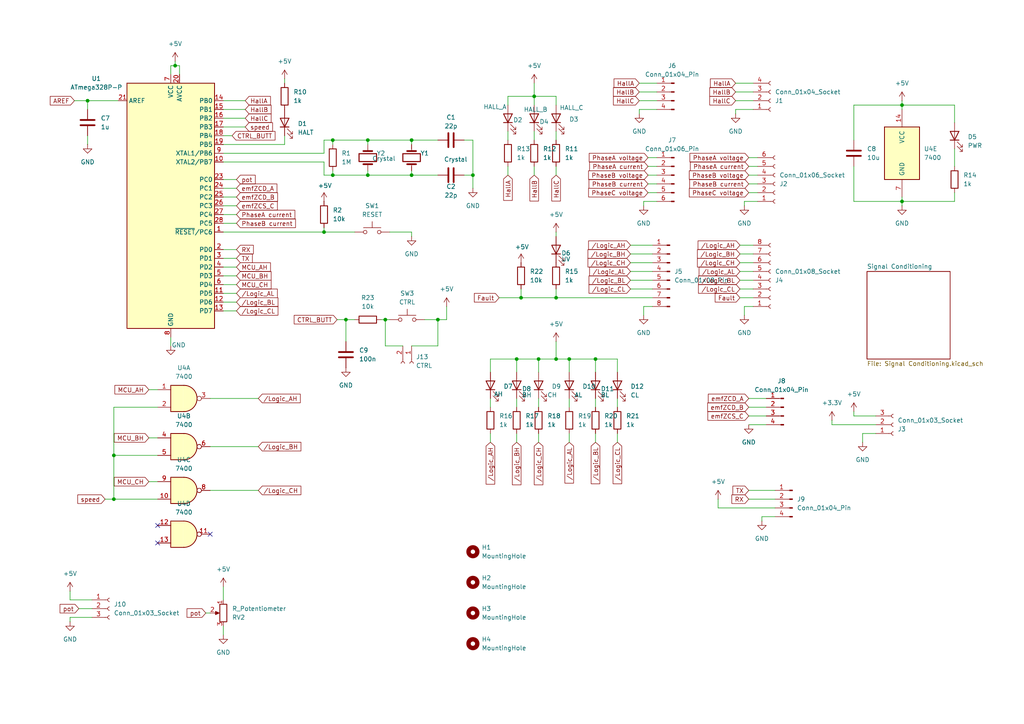
<source format=kicad_sch>
(kicad_sch (version 20250114) (generator "eeschema") (generator_version "9.0")
  (paper "A4")
  (junction (at 149.86 104.14))
  (junction (at 96.52 40.64))
  (junction (at 156.21 104.14))
  (junction (at 50.8 19.05))
  (junction (at 25.4 29.21))
  (junction (at 106.68 50.8))
  (junction (at 119.38 50.8))
  (junction (at 127 92.71))
  (junction (at 100.33 92.71))
  (junction (at 165.1 104.14))
  (junction (at 119.38 40.64))
  (junction (at 161.29 104.14))
  (junction (at 33.02 132.08))
  (junction (at 261.62 58.42))
  (junction (at 93.98 67.31))
  (junction (at 96.52 50.8))
  (junction (at 137.16 50.8))
  (junction (at 106.68 40.64))
  (junction (at 151.13 86.36))
  (junction (at 111.76 92.71))
  (junction (at 172.72 104.14))
  (junction (at 161.29 86.36))
  (junction (at 154.94 27.94))
  (junction (at 261.62 30.48))
  (junction (at 33.02 144.78))
  (no_connect (at 45.72 152.4))
  (no_connect (at 45.72 157.48))
  (no_connect (at 60.96 154.94))
  (wire (pts (xy 172.72 104.14) (xy 172.72 107.95)))
  (wire (pts (xy 43.18 113.03) (xy 45.72 113.03)))
  (wire (pts (xy 64.77 67.31) (xy 93.98 67.31)))
  (wire (pts (xy 26.67 173.99) (xy 20.32 173.99)))
  (wire (pts (xy 208.28 147.32) (xy 224.79 147.32)))
  (wire (pts (xy 214.63 71.12) (xy 218.44 71.12)))
  (wire (pts (xy 33.02 144.78) (xy 45.72 144.78)))
  (wire (pts (xy 187.96 55.88) (xy 190.5 55.88)))
  (wire (pts (xy 149.86 118.11) (xy 149.86 115.57)))
  (wire (pts (xy 213.36 29.21) (xy 218.44 29.21)))
  (wire (pts (xy 119.38 40.64) (xy 119.38 41.91)))
  (wire (pts (xy 165.1 104.14) (xy 172.72 104.14)))
  (wire (pts (xy 161.29 83.82) (xy 161.29 86.36)))
  (wire (pts (xy 161.29 40.64) (xy 161.29 38.1)))
  (wire (pts (xy 182.88 83.82) (xy 189.23 83.82)))
  (wire (pts (xy 217.17 120.65) (xy 222.25 120.65)))
  (wire (pts (xy 64.77 31.75) (xy 71.12 31.75)))
  (wire (pts (xy 100.33 92.71) (xy 100.33 99.06)))
  (wire (pts (xy 64.77 80.01) (xy 68.58 80.01)))
  (wire (pts (xy 25.4 39.37) (xy 25.4 41.91)))
  (wire (pts (xy 49.53 19.05) (xy 50.8 19.05)))
  (wire (pts (xy 276.86 30.48) (xy 276.86 35.56)))
  (wire (pts (xy 93.98 40.64) (xy 96.52 40.64)))
  (wire (pts (xy 165.1 125.73) (xy 165.1 128.27)))
  (wire (pts (xy 93.98 66.04) (xy 93.98 67.31)))
  (wire (pts (xy 49.53 21.59) (xy 49.53 19.05)))
  (wire (pts (xy 64.77 59.69) (xy 68.58 59.69)))
  (wire (pts (xy 261.62 58.42) (xy 261.62 59.69)))
  (wire (pts (xy 64.77 46.99) (xy 93.98 46.99)))
  (wire (pts (xy 137.16 40.64) (xy 137.16 50.8)))
  (wire (pts (xy 185.42 31.75) (xy 185.42 33.02)))
  (wire (pts (xy 60.96 142.24) (xy 74.93 142.24)))
  (wire (pts (xy 147.32 40.64) (xy 147.32 38.1)))
  (wire (pts (xy 190.5 24.13) (xy 185.42 24.13)))
  (wire (pts (xy 142.24 118.11) (xy 142.24 115.57)))
  (wire (pts (xy 213.36 26.67) (xy 218.44 26.67)))
  (wire (pts (xy 142.24 125.73) (xy 142.24 128.27)))
  (wire (pts (xy 102.87 92.71) (xy 100.33 92.71)))
  (wire (pts (xy 96.52 40.64) (xy 96.52 41.91)))
  (wire (pts (xy 190.5 58.42) (xy 186.69 58.42)))
  (wire (pts (xy 247.65 119.38) (xy 247.65 120.65)))
  (wire (pts (xy 172.72 104.14) (xy 179.07 104.14)))
  (wire (pts (xy 142.24 104.14) (xy 149.86 104.14)))
  (wire (pts (xy 147.32 30.48) (xy 147.32 27.94)))
  (wire (pts (xy 50.8 19.05) (xy 52.07 19.05)))
  (wire (pts (xy 187.96 50.8) (xy 190.5 50.8)))
  (wire (pts (xy 64.77 64.77) (xy 68.58 64.77)))
  (wire (pts (xy 149.86 104.14) (xy 156.21 104.14)))
  (wire (pts (xy 22.86 176.53) (xy 26.67 176.53)))
  (wire (pts (xy 111.76 100.33) (xy 111.76 92.71)))
  (wire (pts (xy 144.78 86.36) (xy 151.13 86.36)))
  (wire (pts (xy 43.18 139.7) (xy 45.72 139.7)))
  (wire (pts (xy 127 50.8) (xy 119.38 50.8)))
  (wire (pts (xy 161.29 68.58) (xy 161.29 67.31)))
  (wire (pts (xy 217.17 55.88) (xy 219.71 55.88)))
  (wire (pts (xy 21.59 29.21) (xy 25.4 29.21)))
  (wire (pts (xy 50.8 17.78) (xy 50.8 19.05)))
  (wire (pts (xy 134.62 40.64) (xy 137.16 40.64)))
  (wire (pts (xy 213.36 24.13) (xy 218.44 24.13)))
  (wire (pts (xy 189.23 88.9) (xy 186.69 88.9)))
  (wire (pts (xy 64.77 74.93) (xy 68.58 74.93)))
  (wire (pts (xy 217.17 53.34) (xy 219.71 53.34)))
  (wire (pts (xy 64.77 29.21) (xy 71.12 29.21)))
  (wire (pts (xy 96.52 50.8) (xy 106.68 50.8)))
  (wire (pts (xy 214.63 76.2) (xy 218.44 76.2)))
  (wire (pts (xy 190.5 29.21) (xy 185.42 29.21)))
  (wire (pts (xy 165.1 118.11) (xy 165.1 115.57)))
  (wire (pts (xy 190.5 26.67) (xy 185.42 26.67)))
  (wire (pts (xy 137.16 50.8) (xy 137.16 54.61)))
  (wire (pts (xy 110.49 92.71) (xy 111.76 92.71)))
  (wire (pts (xy 161.29 104.14) (xy 165.1 104.14)))
  (wire (pts (xy 154.94 40.64) (xy 154.94 38.1)))
  (wire (pts (xy 161.29 99.06) (xy 161.29 104.14)))
  (wire (pts (xy 182.88 78.74) (xy 189.23 78.74)))
  (wire (pts (xy 261.62 57.15) (xy 261.62 58.42)))
  (wire (pts (xy 154.94 27.94) (xy 161.29 27.94)))
  (wire (pts (xy 276.86 55.88) (xy 276.86 58.42)))
  (wire (pts (xy 241.3 121.92) (xy 241.3 123.19)))
  (wire (pts (xy 156.21 104.14) (xy 156.21 107.95)))
  (wire (pts (xy 64.77 44.45) (xy 93.98 44.45)))
  (wire (pts (xy 151.13 83.82) (xy 151.13 86.36)))
  (wire (pts (xy 64.77 87.63) (xy 68.58 87.63)))
  (wire (pts (xy 93.98 50.8) (xy 93.98 46.99)))
  (wire (pts (xy 127 92.71) (xy 129.54 92.71)))
  (wire (pts (xy 182.88 76.2) (xy 189.23 76.2)))
  (wire (pts (xy 156.21 104.14) (xy 161.29 104.14)))
  (wire (pts (xy 219.71 58.42) (xy 215.9 58.42)))
  (wire (pts (xy 106.68 49.53) (xy 106.68 50.8)))
  (wire (pts (xy 220.98 151.13) (xy 220.98 149.86)))
  (wire (pts (xy 64.77 181.61) (xy 64.77 184.15)))
  (wire (pts (xy 142.24 107.95) (xy 142.24 104.14)))
  (wire (pts (xy 25.4 29.21) (xy 34.29 29.21)))
  (wire (pts (xy 220.98 149.86) (xy 224.79 149.86)))
  (wire (pts (xy 214.63 81.28) (xy 218.44 81.28)))
  (wire (pts (xy 215.9 58.42) (xy 215.9 59.69)))
  (wire (pts (xy 154.94 27.94) (xy 154.94 30.48)))
  (wire (pts (xy 82.55 22.86) (xy 82.55 24.13)))
  (wire (pts (xy 186.69 88.9) (xy 186.69 91.44)))
  (wire (pts (xy 113.03 67.31) (xy 119.38 67.31)))
  (wire (pts (xy 214.63 73.66) (xy 218.44 73.66)))
  (wire (pts (xy 154.94 24.13) (xy 154.94 27.94)))
  (wire (pts (xy 217.17 142.24) (xy 224.79 142.24)))
  (wire (pts (xy 179.07 118.11) (xy 179.07 115.57)))
  (wire (pts (xy 106.68 40.64) (xy 119.38 40.64)))
  (wire (pts (xy 161.29 48.26) (xy 161.29 50.8)))
  (wire (pts (xy 217.17 50.8) (xy 219.71 50.8)))
  (wire (pts (xy 247.65 58.42) (xy 261.62 58.42)))
  (wire (pts (xy 64.77 36.83) (xy 71.12 36.83)))
  (wire (pts (xy 218.44 88.9) (xy 215.9 88.9)))
  (wire (pts (xy 147.32 27.94) (xy 154.94 27.94)))
  (wire (pts (xy 20.32 179.07) (xy 20.32 180.34)))
  (wire (pts (xy 20.32 179.07) (xy 26.67 179.07)))
  (wire (pts (xy 147.32 48.26) (xy 147.32 50.8)))
  (wire (pts (xy 276.86 58.42) (xy 261.62 58.42)))
  (wire (pts (xy 247.65 40.64) (xy 247.65 30.48)))
  (wire (pts (xy 64.77 90.17) (xy 68.58 90.17)))
  (wire (pts (xy 64.77 41.91) (xy 82.55 41.91)))
  (wire (pts (xy 215.9 88.9) (xy 215.9 91.44)))
  (wire (pts (xy 182.88 71.12) (xy 189.23 71.12)))
  (wire (pts (xy 214.63 78.74) (xy 218.44 78.74)))
  (wire (pts (xy 214.63 86.36) (xy 218.44 86.36)))
  (wire (pts (xy 33.02 132.08) (xy 45.72 132.08)))
  (wire (pts (xy 182.88 73.66) (xy 189.23 73.66)))
  (wire (pts (xy 156.21 118.11) (xy 156.21 115.57)))
  (wire (pts (xy 254 125.73) (xy 250.19 125.73)))
  (wire (pts (xy 64.77 77.47) (xy 68.58 77.47)))
  (wire (pts (xy 33.02 132.08) (xy 33.02 144.78)))
  (wire (pts (xy 261.62 31.75) (xy 261.62 30.48)))
  (wire (pts (xy 64.77 57.15) (xy 68.58 57.15)))
  (wire (pts (xy 187.96 53.34) (xy 190.5 53.34)))
  (wire (pts (xy 217.17 48.26) (xy 219.71 48.26)))
  (wire (pts (xy 64.77 72.39) (xy 68.58 72.39)))
  (wire (pts (xy 119.38 100.33) (xy 127 100.33)))
  (wire (pts (xy 149.86 125.73) (xy 149.86 128.27)))
  (wire (pts (xy 60.96 115.57) (xy 74.93 115.57)))
  (wire (pts (xy 218.44 31.75) (xy 213.36 31.75)))
  (wire (pts (xy 52.07 19.05) (xy 52.07 21.59)))
  (wire (pts (xy 137.16 50.8) (xy 134.62 50.8)))
  (wire (pts (xy 96.52 49.53) (xy 96.52 50.8)))
  (wire (pts (xy 182.88 81.28) (xy 189.23 81.28)))
  (wire (pts (xy 187.96 48.26) (xy 190.5 48.26)))
  (wire (pts (xy 25.4 29.21) (xy 25.4 31.75)))
  (wire (pts (xy 93.98 44.45) (xy 93.98 40.64)))
  (wire (pts (xy 64.77 85.09) (xy 68.58 85.09)))
  (wire (pts (xy 247.65 48.26) (xy 247.65 58.42)))
  (wire (pts (xy 127 40.64) (xy 119.38 40.64)))
  (wire (pts (xy 49.53 97.79) (xy 49.53 100.33)))
  (wire (pts (xy 33.02 118.11) (xy 33.02 132.08)))
  (wire (pts (xy 111.76 92.71) (xy 113.03 92.71)))
  (wire (pts (xy 119.38 50.8) (xy 119.38 49.53)))
  (wire (pts (xy 64.77 170.18) (xy 64.77 173.99)))
  (wire (pts (xy 161.29 86.36) (xy 189.23 86.36)))
  (wire (pts (xy 186.69 58.42) (xy 186.69 59.69)))
  (wire (pts (xy 129.54 88.9) (xy 129.54 92.71)))
  (wire (pts (xy 172.72 125.73) (xy 172.72 128.27)))
  (wire (pts (xy 116.84 100.33) (xy 111.76 100.33)))
  (wire (pts (xy 33.02 118.11) (xy 45.72 118.11)))
  (wire (pts (xy 214.63 83.82) (xy 218.44 83.82)))
  (wire (pts (xy 156.21 125.73) (xy 156.21 128.27)))
  (wire (pts (xy 149.86 104.14) (xy 149.86 107.95)))
  (wire (pts (xy 213.36 31.75) (xy 213.36 33.02)))
  (wire (pts (xy 179.07 104.14) (xy 179.07 107.95)))
  (wire (pts (xy 261.62 30.48) (xy 261.62 29.21)))
  (wire (pts (xy 154.94 48.26) (xy 154.94 50.8)))
  (wire (pts (xy 82.55 41.91) (xy 82.55 39.37)))
  (wire (pts (xy 43.18 127) (xy 45.72 127)))
  (wire (pts (xy 172.72 118.11) (xy 172.72 115.57)))
  (wire (pts (xy 106.68 40.64) (xy 106.68 41.91)))
  (wire (pts (xy 64.77 52.07) (xy 68.58 52.07)))
  (wire (pts (xy 241.3 123.19) (xy 254 123.19)))
  (wire (pts (xy 217.17 144.78) (xy 224.79 144.78)))
  (wire (pts (xy 20.32 173.99) (xy 20.32 171.45)))
  (wire (pts (xy 59.69 177.8) (xy 60.96 177.8)))
  (wire (pts (xy 165.1 107.95) (xy 165.1 104.14)))
  (wire (pts (xy 119.38 67.31) (xy 119.38 68.58)))
  (wire (pts (xy 187.96 45.72) (xy 190.5 45.72)))
  (wire (pts (xy 247.65 120.65) (xy 254 120.65)))
  (wire (pts (xy 151.13 86.36) (xy 161.29 86.36)))
  (wire (pts (xy 250.19 125.73) (xy 250.19 128.27)))
  (wire (pts (xy 190.5 31.75) (xy 185.42 31.75)))
  (wire (pts (xy 247.65 30.48) (xy 261.62 30.48)))
  (wire (pts (xy 208.28 144.78) (xy 208.28 147.32)))
  (wire (pts (xy 97.79 92.71) (xy 100.33 92.71)))
  (wire (pts (xy 106.68 50.8) (xy 119.38 50.8)))
  (wire (pts (xy 64.77 62.23) (xy 68.58 62.23)))
  (wire (pts (xy 30.48 144.78) (xy 33.02 144.78)))
  (wire (pts (xy 127 100.33) (xy 127 92.71)))
  (wire (pts (xy 217.17 123.19) (xy 222.25 123.19)))
  (wire (pts (xy 64.77 82.55) (xy 68.58 82.55)))
  (wire (pts (xy 217.17 118.11) (xy 222.25 118.11)))
  (wire (pts (xy 123.19 92.71) (xy 127 92.71)))
  (wire (pts (xy 161.29 27.94) (xy 161.29 30.48)))
  (wire (pts (xy 276.86 43.18) (xy 276.86 48.26)))
  (wire (pts (xy 64.77 39.37) (xy 67.31 39.37)))
  (wire (pts (xy 179.07 125.73) (xy 179.07 128.27)))
  (wire (pts (xy 60.96 129.54) (xy 74.93 129.54)))
  (wire (pts (xy 64.77 34.29) (xy 71.12 34.29)))
  (wire (pts (xy 261.62 30.48) (xy 276.86 30.48)))
  (wire (pts (xy 96.52 40.64) (xy 106.68 40.64)))
  (wire (pts (xy 217.17 45.72) (xy 219.71 45.72)))
  (wire (pts (xy 93.98 67.31) (xy 102.87 67.31)))
  (wire (pts (xy 64.77 54.61) (xy 68.58 54.61)))
  (wire (pts (xy 93.98 50.8) (xy 96.52 50.8)))
  (wire (pts (xy 217.17 115.57) (xy 222.25 115.57)))
  (global_label "PhaseA current" (shape input) (at 68.58 62.23 0) (property "Intersheetrefs" "${INTERSHEET_REFS}" (effects (hide yes))))
  (global_label "speed" (shape input) (at 30.48 144.78 180) (property "Intersheetrefs" "${INTERSHEET_REFS}" (effects (hide yes))))
  (global_label "Fault" (shape input) (at 144.78 86.36 180) (property "Intersheetrefs" "${INTERSHEET_REFS}" (effects (hide yes))))
  (global_label "{slash}Logic_CL" (shape input) (at 179.07 128.27 270) (property "Intersheetrefs" "${INTERSHEET_REFS}" (effects (hide yes))))
  (global_label "emfZCD_B" (shape input) (at 68.58 57.15 0) (property "Intersheetrefs" "${INTERSHEET_REFS}" (effects (hide yes))))
  (global_label "PhaseA voltage" (shape input) (at 187.96 45.72 180) (property "Intersheetrefs" "${INTERSHEET_REFS}" (effects (hide yes))))
  (global_label "PhaseB current" (shape input) (at 68.58 64.77 0) (property "Intersheetrefs" "${INTERSHEET_REFS}" (effects (hide yes))))
  (global_label "PhaseC voltage" (shape input) (at 187.96 55.88 180) (property "Intersheetrefs" "${INTERSHEET_REFS}" (effects (hide yes))))
  (global_label "{slash}Logic_CH" (shape input) (at 156.21 128.27 270) (property "Intersheetrefs" "${INTERSHEET_REFS}" (effects (hide yes))))
  (global_label "MCU_BH" (shape input) (at 43.18 127 180) (property "Intersheetrefs" "${INTERSHEET_REFS}" (effects (hide yes))))
  (global_label "HallA" (shape input) (at 71.12 29.21 0) (property "Intersheetrefs" "${INTERSHEET_REFS}" (effects (hide yes))))
  (global_label "HallA" (shape input) (at 185.42 24.13 180) (property "Intersheetrefs" "${INTERSHEET_REFS}" (effects (hide yes))))
  (global_label "{slash}Logic_AL" (shape input) (at 182.88 78.74 180) (property "Intersheetrefs" "${INTERSHEET_REFS}" (effects (hide yes))))
  (global_label "{slash}Logic_BH" (shape input) (at 214.63 73.66 180) (property "Intersheetrefs" "${INTERSHEET_REFS}" (effects (hide yes))))
  (global_label "CTRL_BUTT" (shape input) (at 67.31 39.37 0) (property "Intersheetrefs" "${INTERSHEET_REFS}" (effects (hide yes))))
  (global_label "{slash}Logic_CH" (shape input) (at 214.63 76.2 180) (property "Intersheetrefs" "${INTERSHEET_REFS}" (effects (hide yes))))
  (global_label "{slash}Logic_AL" (shape input) (at 165.1 128.27 270) (property "Intersheetrefs" "${INTERSHEET_REFS}" (effects (hide yes))))
  (global_label "{slash}Logic_CL" (shape input) (at 68.58 90.17 0) (property "Intersheetrefs" "${INTERSHEET_REFS}" (effects (hide yes))))
  (global_label "HallB" (shape input) (at 154.94 50.8 270) (property "Intersheetrefs" "${INTERSHEET_REFS}" (effects (hide yes))))
  (global_label "speed" (shape input) (at 71.12 36.83 0) (property "Intersheetrefs" "${INTERSHEET_REFS}" (effects (hide yes))))
  (global_label "{slash}Logic_CH" (shape input) (at 74.93 142.24 0) (property "Intersheetrefs" "${INTERSHEET_REFS}" (effects (hide yes))))
  (global_label "{slash}Logic_BL" (shape input) (at 214.63 81.28 180) (property "Intersheetrefs" "${INTERSHEET_REFS}" (effects (hide yes))))
  (global_label "{slash}Logic_CH" (shape input) (at 182.88 76.2 180) (property "Intersheetrefs" "${INTERSHEET_REFS}" (effects (hide yes))))
  (global_label "{slash}Logic_AH" (shape input) (at 74.93 115.57 0) (property "Intersheetrefs" "${INTERSHEET_REFS}" (effects (hide yes))))
  (global_label "pot" (shape input) (at 68.58 52.07 0) (property "Intersheetrefs" "${INTERSHEET_REFS}" (effects (hide yes))))
  (global_label "PhaseA voltage" (shape input) (at 217.17 45.72 180) (property "Intersheetrefs" "${INTERSHEET_REFS}" (effects (hide yes))))
  (global_label "{slash}Logic_AL" (shape input) (at 214.63 78.74 180) (property "Intersheetrefs" "${INTERSHEET_REFS}" (effects (hide yes))))
  (global_label "PhaseB voltage" (shape input) (at 187.96 50.8 180) (property "Intersheetrefs" "${INTERSHEET_REFS}" (effects (hide yes))))
  (global_label "PhaseB current" (shape input) (at 187.96 53.34 180) (property "Intersheetrefs" "${INTERSHEET_REFS}" (effects (hide yes))))
  (global_label "emfZCS_C" (shape input) (at 68.58 59.69 0) (property "Intersheetrefs" "${INTERSHEET_REFS}" (effects (hide yes))))
  (global_label "TX" (shape input) (at 68.58 74.93 0) (property "Intersheetrefs" "${INTERSHEET_REFS}" (effects (hide yes))))
  (global_label "MCU_AH" (shape input) (at 43.18 113.03 180) (property "Intersheetrefs" "${INTERSHEET_REFS}" (effects (hide yes))))
  (global_label "AREF" (shape input) (at 21.59 29.21 180) (property "Intersheetrefs" "${INTERSHEET_REFS}" (effects (hide yes))))
  (global_label "{slash}Logic_AH" (shape input) (at 214.63 71.12 180) (property "Intersheetrefs" "${INTERSHEET_REFS}" (effects (hide yes))))
  (global_label "PhaseA current" (shape input) (at 217.17 48.26 180) (property "Intersheetrefs" "${INTERSHEET_REFS}" (effects (hide yes))))
  (global_label "PhaseB current" (shape input) (at 217.17 53.34 180) (property "Intersheetrefs" "${INTERSHEET_REFS}" (effects (hide yes))))
  (global_label "Fault" (shape input) (at 214.63 86.36 180) (property "Intersheetrefs" "${INTERSHEET_REFS}" (effects (hide yes))))
  (global_label "MCU_CH" (shape input) (at 43.18 139.7 180) (property "Intersheetrefs" "${INTERSHEET_REFS}" (effects (hide yes))))
  (global_label "HallB" (shape input) (at 213.36 26.67 180) (property "Intersheetrefs" "${INTERSHEET_REFS}" (effects (hide yes))))
  (global_label "HallC" (shape input) (at 213.36 29.21 180) (property "Intersheetrefs" "${INTERSHEET_REFS}" (effects (hide yes))))
  (global_label "emfZCD_A" (shape input) (at 217.17 115.57 180) (property "Intersheetrefs" "${INTERSHEET_REFS}" (effects (hide yes))))
  (global_label "HallA" (shape input) (at 213.36 24.13 180) (property "Intersheetrefs" "${INTERSHEET_REFS}" (effects (hide yes))))
  (global_label "RX" (shape input) (at 68.58 72.39 0) (property "Intersheetrefs" "${INTERSHEET_REFS}" (effects (hide yes))))
  (global_label "{slash}Logic_BL" (shape input) (at 172.72 128.27 270) (property "Intersheetrefs" "${INTERSHEET_REFS}" (effects (hide yes))))
  (global_label "{slash}Logic_BL" (shape input) (at 182.88 81.28 180) (property "Intersheetrefs" "${INTERSHEET_REFS}" (effects (hide yes))))
  (global_label "{slash}Logic_BL" (shape input) (at 68.58 87.63 0) (property "Intersheetrefs" "${INTERSHEET_REFS}" (effects (hide yes))))
  (global_label "HallB" (shape input) (at 71.12 31.75 0) (property "Intersheetrefs" "${INTERSHEET_REFS}" (effects (hide yes))))
  (global_label "{slash}Logic_CL" (shape input) (at 182.88 83.82 180) (property "Intersheetrefs" "${INTERSHEET_REFS}" (effects (hide yes))))
  (global_label "RX" (shape input) (at 217.17 144.78 180) (property "Intersheetrefs" "${INTERSHEET_REFS}" (effects (hide yes))))
  (global_label "emfZCS_C" (shape input) (at 217.17 120.65 180) (property "Intersheetrefs" "${INTERSHEET_REFS}" (effects (hide yes))))
  (global_label "MCU_AH" (shape input) (at 68.58 77.47 0) (property "Intersheetrefs" "${INTERSHEET_REFS}" (effects (hide yes))))
  (global_label "emfZCD_A" (shape input) (at 68.58 54.61 0) (property "Intersheetrefs" "${INTERSHEET_REFS}" (effects (hide yes))))
  (global_label "HallC" (shape input) (at 161.29 50.8 270) (property "Intersheetrefs" "${INTERSHEET_REFS}" (effects (hide yes))))
  (global_label "{slash}Logic_BH" (shape input) (at 74.93 129.54 0) (property "Intersheetrefs" "${INTERSHEET_REFS}" (effects (hide yes))))
  (global_label "{slash}Logic_AH" (shape input) (at 182.88 71.12 180) (property "Intersheetrefs" "${INTERSHEET_REFS}" (effects (hide yes))))
  (global_label "{slash}Logic_AH" (shape input) (at 142.24 128.27 270) (property "Intersheetrefs" "${INTERSHEET_REFS}" (effects (hide yes))))
  (global_label "HallC" (shape input) (at 185.42 29.21 180) (property "Intersheetrefs" "${INTERSHEET_REFS}" (effects (hide yes))))
  (global_label "{slash}Logic_AL" (shape input) (at 68.58 85.09 0) (property "Intersheetrefs" "${INTERSHEET_REFS}" (effects (hide yes))))
  (global_label "PhaseA current" (shape input) (at 187.96 48.26 180) (property "Intersheetrefs" "${INTERSHEET_REFS}" (effects (hide yes))))
  (global_label "TX" (shape input) (at 217.17 142.24 180) (property "Intersheetrefs" "${INTERSHEET_REFS}" (effects (hide yes))))
  (global_label "emfZCD_B" (shape input) (at 217.17 118.11 180) (property "Intersheetrefs" "${INTERSHEET_REFS}" (effects (hide yes))))
  (global_label "{slash}Logic_CL" (shape input) (at 214.63 83.82 180) (property "Intersheetrefs" "${INTERSHEET_REFS}" (effects (hide yes))))
  (global_label "{slash}Logic_BH" (shape input) (at 182.88 73.66 180) (property "Intersheetrefs" "${INTERSHEET_REFS}" (effects (hide yes))))
  (global_label "CTRL_BUTT" (shape input) (at 97.79 92.71 180) (property "Intersheetrefs" "${INTERSHEET_REFS}" (effects (hide yes))))
  (global_label "MCU_BH" (shape input) (at 68.58 80.01 0) (property "Intersheetrefs" "${INTERSHEET_REFS}" (effects (hide yes))))
  (global_label "HallB" (shape input) (at 185.42 26.67 180) (property "Intersheetrefs" "${INTERSHEET_REFS}" (effects (hide yes))))
  (global_label "pot" (shape input) (at 22.86 176.53 180) (property "Intersheetrefs" "${INTERSHEET_REFS}" (effects (hide yes))))
  (global_label "HallC" (shape input) (at 71.12 34.29 0) (property "Intersheetrefs" "${INTERSHEET_REFS}" (effects (hide yes))))
  (global_label "{slash}Logic_BH" (shape input) (at 149.86 128.27 270) (property "Intersheetrefs" "${INTERSHEET_REFS}" (effects (hide yes))))
  (global_label "PhaseC voltage" (shape input) (at 217.17 55.88 180) (property "Intersheetrefs" "${INTERSHEET_REFS}" (effects (hide yes))))
  (global_label "PhaseB voltage" (shape input) (at 217.17 50.8 180) (property "Intersheetrefs" "${INTERSHEET_REFS}" (effects (hide yes))))
  (global_label "HallA" (shape input) (at 147.32 50.8 270) (property "Intersheetrefs" "${INTERSHEET_REFS}" (effects (hide yes))))
  (global_label "pot" (shape input) (at 59.69 177.8 180) (property "Intersheetrefs" "${INTERSHEET_REFS}" (effects (hide yes))))
  (global_label "MCU_CH" (shape input) (at 68.58 82.55 0) (property "Intersheetrefs" "${INTERSHEET_REFS}" (effects (hide yes))))
  (symbol (lib_id "Device:R") (at 151.13 80.01 0) (unit 1)
    (property "Reference" "R22" (at 153.67 78.7399 0) (effects (justify left)))
    (property "Value" "10k" (at 153.67 81.2799 0) (effects (justify left)))
    (property "Footprint" "Resistor_SMD:R_1206_3216Metric_Pad1.30x1.75mm_HandSolder" (effects (hide yes)))
    (property "Description" "Resistor" (effects (hide yes)))
  )
  (symbol (lib_id "Device:R") (at 93.98 62.23 0) (unit 1)
    (property "Reference" "R2" (at 96.52 60.9599 0) (effects (justify left)))
    (property "Value" "10k" (at 96.52 63.4999 0) (effects (justify left)))
    (property "Footprint" "Resistor_SMD:R_1206_3216Metric_Pad1.30x1.75mm_HandSolder" (effects (hide yes)))
    (property "Description" "Resistor" (effects (hide yes)))
  )
  (symbol (lib_id "Device:C") (at 25.4 35.56 0) (unit 1)
    (property "Reference" "C7" (at 29.21 34.2899 0) (effects (justify left)))
    (property "Value" "1u" (at 29.21 36.8299 0) (effects (justify left)))
    (property "Footprint" "Capacitor_SMD:C_0805_2012Metric_Pad1.18x1.45mm_HandSolder" (effects (hide yes)))
    (property "Description" "Unpolarized capacitor" (effects (hide yes)))
  )
  (symbol (lib_id "power:GND") (at 217.17 123.19 0) (mirror y) (unit 1)
    (property "Reference" "#PWR029" (effects (hide yes)))
    (property "Value" "GND" (at 217.17 128.27 0))
    (property "Description" "Power symbol creates a global label with name \"GND\" , ground" (effects (hide yes)))
  )
  (symbol (lib_id "power:+5V") (at 82.55 22.86 0) (unit 1)
    (property "Reference" "#PWR030" (effects (hide yes)))
    (property "Value" "+5V" (at 82.55 17.78 0))
    (property "Description" "Power symbol creates a global label with name \"+5V\"" (effects (hide yes)))
  )
  (symbol (lib_id "Device:R") (at 179.07 121.92 0) (unit 1)
    (property "Reference" "R21" (at 181.61 120.6499 0) (effects (justify left)))
    (property "Value" "1k" (at 181.61 123.1899 0) (effects (justify left)))
    (property "Footprint" "Resistor_SMD:R_0805_2012Metric_Pad1.20x1.40mm_HandSolder" (effects (hide yes)))
    (property "Description" "Resistor" (effects (hide yes)))
  )
  (symbol (lib_id "Connector:Conn_01x03_Socket") (at 259.08 123.19 0) (mirror x) (unit 1)
    (property "Reference" "J3" (at 260.35 124.4601 0) (effects (justify left)))
    (property "Value" "Conn_01x03_Socket" (at 260.35 121.9201 0) (effects (justify left)))
    (property "Footprint" "Connector_JST:JST_EH_B3B-EH-A_1x03_P2.50mm_Vertical" (effects (hide yes)))
    (property "Description" "Generic connector, single row, 01x03, script generated" (effects (hide yes)))
  )
  (symbol (lib_id "Device:LED") (at 149.86 111.76 90) (unit 1)
    (property "Reference" "D8" (at 151.384 112.776 90) (effects (justify right)))
    (property "Value" "BH" (at 151.384 114.554 90) (effects (justify right)))
    (property "Footprint" "LED_THT:LED_D3.0mm" (effects (hide yes)))
    (property "Description" "Light emitting diode" (effects (hide yes)))
    (property "Sim.Pins" "1=K 2=A" (effects (hide yes)))
  )
  (symbol (lib_id "power:+5V") (at 50.8 17.78 0) (unit 1)
    (property "Reference" "#PWR09" (effects (hide yes)))
    (property "Value" "+5V" (at 50.8 12.7 0))
    (property "Description" "Power symbol creates a global label with name \"+5V\"" (effects (hide yes)))
  )
  (symbol (lib_id "Connector:Conn_01x06_Pin") (at 195.58 50.8 0) (mirror y) (unit 1)
    (property "Reference" "J7" (at 194.945 40.64 0))
    (property "Value" "Conn_01x06_Pin" (at 194.945 43.18 0))
    (property "Footprint" "Connector_PinHeader_2.54mm:PinHeader_1x06_P2.54mm_Vertical" (effects (hide yes)))
    (property "Description" "Generic connector, single row, 01x06, script generated" (effects (hide yes)))
  )
  (symbol (lib_id "power:GND") (at 20.32 180.34 0) (unit 1)
    (property "Reference" "#PWR017" (effects (hide yes)))
    (property "Value" "GND" (at 20.32 185.42 0))
    (property "Description" "Power symbol creates a global label with name \"GND\" , ground" (effects (hide yes)))
  )
  (symbol (lib_id "Mechanical:MountingHole") (at 137.16 168.91 0) (unit 1) (exclude_from_sim yes) (in_bom no)
    (property "Reference" "H2" (at 139.7 167.6399 0) (effects (justify left)))
    (property "Value" "MountingHole" (at 139.7 170.1799 0) (effects (justify left)))
    (property "Footprint" "MountingHole:MountingHole_3.2mm_M3" (effects (hide yes)))
    (property "Description" "Mounting Hole without connection" (effects (hide yes)))
  )
  (symbol (lib_id "Connector:Conn_01x04_Pin") (at 195.58 26.67 0) (mirror y) (unit 1)
    (property "Reference" "J6" (at 194.945 19.05 0))
    (property "Value" "Conn_01x04_Pin" (at 194.945 21.59 0))
    (property "Footprint" "Connector_PinHeader_2.54mm:PinHeader_1x04_P2.54mm_Vertical" (effects (hide yes)))
    (property "Description" "Generic connector, single row, 01x04, script generated" (effects (hide yes)))
  )
  (symbol (lib_id "power:GND") (at 25.4 41.91 0) (unit 1)
    (property "Reference" "#PWR014" (effects (hide yes)))
    (property "Value" "GND" (at 25.4 46.99 0))
    (property "Description" "Power symbol creates a global label with name \"GND\" , ground" (effects (hide yes)))
  )
  (symbol (lib_id "Device:R") (at 82.55 27.94 0) (unit 1)
    (property "Reference" "R10" (at 85.09 26.6699 0) (effects (justify left)))
    (property "Value" "1k" (at 85.09 29.2099 0) (effects (justify left)))
    (property "Footprint" "Resistor_SMD:R_0805_2012Metric_Pad1.20x1.40mm_HandSolder" (effects (hide yes)))
    (property "Description" "Resistor" (effects (hide yes)))
  )
  (symbol (lib_id "Device:C") (at 130.81 50.8 90) (unit 1)
    (property "Reference" "C2" (at 130.81 54.102 90))
    (property "Value" "22p" (at 130.81 56.642 90))
    (property "Footprint" "Capacitor_SMD:C_0805_2012Metric_Pad1.18x1.45mm_HandSolder" (effects (hide yes)))
    (property "Description" "Unpolarized capacitor" (effects (hide yes)))
  )
  (symbol (lib_id "74xx:7400") (at 53.34 154.94 0) (unit 4)
    (property "Reference" "U4" (at 53.3317 146.05 0))
    (property "Value" "7400" (at 53.3317 148.59 0))
    (property "Footprint" "Package_SO:SOIC-14_3.9x8.7mm_P1.27mm" (effects (hide yes)))
    (property "Datasheet" "http://www.ti.com/lit/gpn/sn7400" (effects (hide yes)))
    (property "Description" "quad 2-input NAND gate" (effects (hide yes)))
  )
  (symbol (lib_id "Connector:Conn_01x08_Socket") (at 223.52 81.28 0) (mirror x) (unit 1)
    (property "Reference" "J4" (at 224.79 81.2801 0) (effects (justify left)))
    (property "Value" "Conn_01x08_Socket" (at 224.79 78.7401 0) (effects (justify left)))
    (property "Footprint" "Connector_JST:JST_EH_B8B-EH-A_1x08_P2.50mm_Vertical" (effects (hide yes)))
    (property "Description" "Generic connector, single row, 01x08, script generated" (effects (hide yes)))
  )
  (symbol (lib_id "Connector:Conn_01x06_Socket") (at 224.79 53.34 0) (mirror x) (unit 1)
    (property "Reference" "J2" (at 226.06 53.3401 0) (effects (justify left)))
    (property "Value" "Conn_01x06_Socket" (at 226.06 50.8001 0) (effects (justify left)))
    (property "Footprint" "Connector_JST:JST_EH_B6B-EH-A_1x06_P2.50mm_Vertical" (effects (hide yes)))
    (property "Description" "Generic connector, single row, 01x06, script generated" (effects (hide yes)))
  )
  (symbol (lib_id "Device:LED") (at 154.94 34.29 90) (unit 1)
    (property "Reference" "D4" (at 156.464 35.306 90) (effects (justify right)))
    (property "Value" "HALL_B" (at 151.892 31.75 90) (effects (justify right)))
    (property "Footprint" "LED_THT:LED_D3.0mm" (effects (hide yes)))
    (property "Description" "Light emitting diode" (effects (hide yes)))
    (property "Sim.Pins" "1=K 2=A" (effects (hide yes)))
  )
  (symbol (lib_id "Switch:SW_Push") (at 118.11 92.71 0) (unit 1)
    (property "Reference" "SW3" (at 118.11 85.09 0))
    (property "Value" "CTRL" (at 118.11 87.63 0))
    (property "Footprint" "libMain:SW_BUTT-2" (effects (hide yes)))
    (property "Description" "Push button switch, generic, two pins" (effects (hide yes)))
  )
  (symbol (lib_id "Device:C") (at 100.33 102.87 0) (unit 1)
    (property "Reference" "C9" (at 104.14 101.5999 0) (effects (justify left)))
    (property "Value" "100n" (at 104.14 104.1399 0) (effects (justify left)))
    (property "Footprint" "Capacitor_SMD:C_0805_2012Metric_Pad1.18x1.45mm_HandSolder" (effects (hide yes)))
    (property "Description" "Unpolarized capacitor" (effects (hide yes)))
  )
  (symbol (lib_id "Device:R") (at 156.21 121.92 0) (unit 1)
    (property "Reference" "R18" (at 158.75 120.6499 0) (effects (justify left)))
    (property "Value" "1k" (at 158.75 123.1899 0) (effects (justify left)))
    (property "Footprint" "Resistor_SMD:R_0805_2012Metric_Pad1.20x1.40mm_HandSolder" (effects (hide yes)))
    (property "Description" "Resistor" (effects (hide yes)))
  )
  (symbol (lib_id "74xx:7400") (at 53.34 115.57 0) (unit 1)
    (property "Reference" "U4" (at 53.3317 106.68 0))
    (property "Value" "7400" (at 53.3317 109.22 0))
    (property "Footprint" "Package_SO:SOIC-14_3.9x8.7mm_P1.27mm" (effects (hide yes)))
    (property "Datasheet" "http://www.ti.com/lit/gpn/sn7400" (effects (hide yes)))
    (property "Description" "quad 2-input NAND gate" (effects (hide yes)))
  )
  (symbol (lib_id "power:GND") (at 119.38 68.58 0) (unit 1)
    (property "Reference" "#PWR07" (effects (hide yes)))
    (property "Value" "GND" (at 119.38 73.66 0))
    (property "Description" "Power symbol creates a global label with name \"GND\" , ground" (effects (hide yes)))
  )
  (symbol (lib_id "Device:LED") (at 161.29 34.29 90) (unit 1)
    (property "Reference" "D3" (at 165.1 34.6074 90) (effects (justify right)))
    (property "Value" "HALL_C" (at 162.306 31.242 90) (effects (justify right)))
    (property "Footprint" "LED_THT:LED_D3.0mm" (effects (hide yes)))
    (property "Description" "Light emitting diode" (effects (hide yes)))
    (property "Sim.Pins" "1=K 2=A" (effects (hide yes)))
  )
  (symbol (lib_id "Device:R") (at 149.86 121.92 0) (unit 1)
    (property "Reference" "R17" (at 152.4 120.6499 0) (effects (justify left)))
    (property "Value" "1k" (at 152.4 123.1899 0) (effects (justify left)))
    (property "Footprint" "Resistor_SMD:R_0805_2012Metric_Pad1.20x1.40mm_HandSolder" (effects (hide yes)))
    (property "Description" "Resistor" (effects (hide yes)))
  )
  (symbol (lib_id "Device:C") (at 247.65 44.45 0) (unit 1)
    (property "Reference" "C8" (at 251.46 43.1799 0) (effects (justify left)))
    (property "Value" "10u" (at 251.46 45.7199 0) (effects (justify left)))
    (property "Footprint" "Capacitor_SMD:C_0805_2012Metric_Pad1.18x1.45mm_HandSolder" (effects (hide yes)))
    (property "Description" "Unpolarized capacitor" (effects (hide yes)))
  )
  (symbol (lib_id "power:GND") (at 100.33 106.68 0) (unit 1)
    (property "Reference" "#PWR037" (effects (hide yes)))
    (property "Value" "GND" (at 100.33 111.76 0))
    (property "Description" "Power symbol creates a global label with name \"GND\" , ground" (effects (hide yes)))
  )
  (symbol (lib_id "Device:R") (at 96.52 45.72 0) (unit 1)
    (property "Reference" "R1" (at 99.06 44.4499 0) (effects (justify left)))
    (property "Value" "1M" (at 99.06 46.9899 0) (effects (justify left)))
    (property "Footprint" "Resistor_SMD:R_1206_3216Metric_Pad1.30x1.75mm_HandSolder" (effects (hide yes)))
    (property "Description" "Resistor" (effects (hide yes)))
  )
  (symbol (lib_id "power:GND") (at 137.16 54.61 0) (unit 1)
    (property "Reference" "#PWR06" (effects (hide yes)))
    (property "Value" "GND" (at 137.16 59.69 0))
    (property "Description" "Power symbol creates a global label with name \"GND\" , ground" (effects (hide yes)))
  )
  (symbol (lib_id "power:+5V") (at 151.13 76.2 0) (unit 1)
    (property "Reference" "#PWR036" (effects (hide yes)))
    (property "Value" "+5V" (at 151.384 71.628 0))
    (property "Description" "Power symbol creates a global label with name \"+5V\"" (effects (hide yes)))
  )
  (symbol (lib_id "Device:R") (at 276.86 52.07 0) (unit 1)
    (property "Reference" "R14" (at 279.4 50.7999 0) (effects (justify left)))
    (property "Value" "1k" (at 279.4 53.3399 0) (effects (justify left)))
    (property "Footprint" "Resistor_SMD:R_0805_2012Metric_Pad1.20x1.40mm_HandSolder" (effects (hide yes)))
    (property "Description" "Resistor" (effects (hide yes)))
  )
  (symbol (lib_id "Device:LED") (at 82.55 35.56 90) (unit 1)
    (property "Reference" "D1" (at 86.36 35.8774 90) (effects (justify right)))
    (property "Value" "HALT" (at 86.36 38.4174 90) (effects (justify right)))
    (property "Footprint" "LED_THT:LED_D3.0mm" (effects (hide yes)))
    (property "Description" "Light emitting diode" (effects (hide yes)))
    (property "Sim.Pins" "1=K 2=A" (effects (hide yes)))
  )
  (symbol (lib_id "power:+5V") (at 261.62 29.21 0) (unit 1)
    (property "Reference" "#PWR025" (effects (hide yes)))
    (property "Value" "+5V" (at 261.62 24.13 0))
    (property "Description" "Power symbol creates a global label with name \"+5V\"" (effects (hide yes)))
  )
  (symbol (lib_id "power:+5V") (at 129.54 88.9 0) (unit 1)
    (property "Reference" "#PWR038" (effects (hide yes)))
    (property "Value" "+5V" (at 129.54 83.82 0))
    (property "Description" "Power symbol creates a global label with name \"+5V\"" (effects (hide yes)))
  )
  (symbol (lib_id "Device:LED") (at 156.21 111.76 90) (unit 1)
    (property "Reference" "D9" (at 160.02 112.0774 90) (effects (justify right)))
    (property "Value" "CH" (at 158.75 114.554 90) (effects (justify right)))
    (property "Footprint" "LED_THT:LED_D3.0mm" (effects (hide yes)))
    (property "Description" "Light emitting diode" (effects (hide yes)))
    (property "Sim.Pins" "1=K 2=A" (effects (hide yes)))
  )
  (symbol (lib_id "power:GND") (at 185.42 33.02 0) (unit 1)
    (property "Reference" "#PWR026" (effects (hide yes)))
    (property "Value" "GND" (at 185.42 38.1 0))
    (property "Description" "Power symbol creates a global label with name \"GND\" , ground" (effects (hide yes)))
  )
  (symbol (lib_id "Device:LED") (at 179.07 111.76 90) (unit 1)
    (property "Reference" "D12" (at 182.88 112.0774 90) (effects (justify right)))
    (property "Value" "CL" (at 182.88 114.6174 90) (effects (justify right)))
    (property "Footprint" "LED_THT:LED_D3.0mm" (effects (hide yes)))
    (property "Description" "Light emitting diode" (effects (hide yes)))
    (property "Sim.Pins" "1=K 2=A" (effects (hide yes)))
  )
  (symbol (lib_id "power:GND") (at 215.9 59.69 0) (unit 1)
    (property "Reference" "#PWR011" (effects (hide yes)))
    (property "Value" "GND" (at 215.9 64.77 0))
    (property "Description" "Power symbol creates a global label with name \"GND\" , ground" (effects (hide yes)))
  )
  (symbol (lib_id "power:+5V") (at 208.28 144.78 0) (unit 1)
    (property "Reference" "#PWR031" (effects (hide yes)))
    (property "Value" "+5V" (at 208.28 139.7 0))
    (property "Description" "Power symbol creates a global label with name \"+5V\"" (effects (hide yes)))
  )
  (symbol (lib_id "74xx:7400") (at 53.34 142.24 0) (unit 3)
    (property "Reference" "U4" (at 53.3317 133.35 0))
    (property "Value" "7400" (at 53.3317 135.89 0))
    (property "Footprint" "Package_SO:SOIC-14_3.9x8.7mm_P1.27mm" (effects (hide yes)))
    (property "Datasheet" "http://www.ti.com/lit/gpn/sn7400" (effects (hide yes)))
    (property "Description" "quad 2-input NAND gate" (effects (hide yes)))
  )
  (symbol (lib_id "power:GND") (at 213.36 33.02 0) (unit 1)
    (property "Reference" "#PWR010" (effects (hide yes)))
    (property "Value" "GND" (at 213.36 38.1 0))
    (property "Description" "Power symbol creates a global label with name \"GND\" , ground" (effects (hide yes)))
  )
  (symbol (lib_id "Connector:Conn_01x02_Socket") (at 119.38 105.41 270) (unit 1)
    (property "Reference" "J13" (at 120.65 103.5049 90) (effects (justify left)))
    (property "Value" "CTRL" (at 120.65 106.0449 90) (effects (justify left)))
    (property "Footprint" "Connector_JST:JST_EH_B2B-EH-A_1x02_P2.50mm_Vertical" (effects (hide yes)))
    (property "Description" "Generic connector, single row, 01x02, script generated" (effects (hide yes)))
  )
  (symbol (lib_id "power:GND") (at 49.53 100.33 0) (unit 1)
    (property "Reference" "#PWR01" (effects (hide yes)))
    (property "Value" "GND" (at 51.816 100.076 0))
    (property "Description" "Power symbol creates a global label with name \"GND\" , ground" (effects (hide yes)))
  )
  (symbol (lib_id "Device:R") (at 154.94 44.45 0) (unit 1)
    (property "Reference" "R12" (at 157.48 43.1799 0) (effects (justify left)))
    (property "Value" "1k" (at 157.48 45.7199 0) (effects (justify left)))
    (property "Footprint" "Resistor_SMD:R_0805_2012Metric_Pad1.20x1.40mm_HandSolder" (effects (hide yes)))
    (property "Description" "Resistor" (effects (hide yes)))
  )
  (symbol (lib_id "power:+5V") (at 93.98 58.42 0) (unit 1)
    (property "Reference" "#PWR08" (effects (hide yes)))
    (property "Value" "+5V" (at 94.234 53.848 0))
    (property "Description" "Power symbol creates a global label with name \"+5V\"" (effects (hide yes)))
  )
  (symbol (lib_id "Device:LED") (at 172.72 111.76 90) (unit 1)
    (property "Reference" "D11" (at 174.244 112.776 90) (effects (justify right)))
    (property "Value" "BL" (at 174.244 114.554 90) (effects (justify right)))
    (property "Footprint" "LED_THT:LED_D3.0mm" (effects (hide yes)))
    (property "Description" "Light emitting diode" (effects (hide yes)))
    (property "Sim.Pins" "1=K 2=A" (effects (hide yes)))
  )
  (symbol (lib_id "Mechanical:MountingHole") (at 137.16 177.8 0) (unit 1) (exclude_from_sim yes) (in_bom no)
    (property "Reference" "H3" (at 139.7 176.5299 0) (effects (justify left)))
    (property "Value" "MountingHole" (at 139.7 179.0699 0) (effects (justify left)))
    (property "Footprint" "MountingHole:MountingHole_3.2mm_M3" (effects (hide yes)))
    (property "Description" "Mounting Hole without connection" (effects (hide yes)))
  )
  (symbol (lib_id "power:+5V") (at 154.94 24.13 0) (unit 1)
    (property "Reference" "#PWR033" (effects (hide yes)))
    (property "Value" "+5V" (at 154.94 19.05 0))
    (property "Description" "Power symbol creates a global label with name \"+5V\"" (effects (hide yes)))
  )
  (symbol (lib_id "power:GND") (at 64.77 184.15 0) (unit 1)
    (property "Reference" "#PWR019" (effects (hide yes)))
    (property "Value" "GND" (at 64.77 189.23 0))
    (property "Description" "Power symbol creates a global label with name \"GND\" , ground" (effects (hide yes)))
  )
  (symbol (lib_id "Connector:Conn_01x04_Pin") (at 227.33 118.11 0) (mirror y) (unit 1)
    (property "Reference" "J8" (at 226.695 110.49 0))
    (property "Value" "Conn_01x04_Pin" (at 226.695 113.03 0))
    (property "Footprint" "Connector_PinHeader_2.54mm:PinHeader_1x04_P2.54mm_Vertical" (effects (hide yes)))
    (property "Description" "Generic connector, single row, 01x04, script generated" (effects (hide yes)))
  )
  (symbol (lib_id "power:GND") (at 186.69 91.44 0) (unit 1)
    (property "Reference" "#PWR028" (effects (hide yes)))
    (property "Value" "GND" (at 186.69 96.52 0))
    (property "Description" "Power symbol creates a global label with name \"GND\" , ground" (effects (hide yes)))
  )
  (symbol (lib_id "power:+5V") (at 20.32 171.45 0) (unit 1)
    (property "Reference" "#PWR018" (effects (hide yes)))
    (property "Value" "+5V" (at 20.32 166.37 0))
    (property "Description" "Power symbol creates a global label with name \"+5V\"" (effects (hide yes)))
  )
  (symbol (lib_id "Switch:SW_Push") (at 107.95 67.31 0) (unit 1)
    (property "Reference" "SW1" (at 107.95 59.69 0))
    (property "Value" "RESET" (at 107.95 62.23 0))
    (property "Footprint" "libMain:SW_BUTT-2" (effects (hide yes)))
    (property "Description" "Push button switch, generic, two pins" (effects (hide yes)))
  )
  (symbol (lib_id "Mechanical:MountingHole") (at 137.16 160.02 0) (unit 1) (exclude_from_sim yes) (in_bom no)
    (property "Reference" "H1" (at 139.7 158.7499 0) (effects (justify left)))
    (property "Value" "MountingHole" (at 139.7 161.2899 0) (effects (justify left)))
    (property "Footprint" "MountingHole:MountingHole_3.2mm_M3" (effects (hide yes)))
    (property "Description" "Mounting Hole without connection" (effects (hide yes)))
  )
  (symbol (lib_id "power:GND") (at 215.9 91.44 0) (unit 1)
    (property "Reference" "#PWR013" (effects (hide yes)))
    (property "Value" "GND" (at 215.9 96.52 0))
    (property "Description" "Power symbol creates a global label with name \"GND\" , ground" (effects (hide yes)))
  )
  (symbol (lib_id "power:+3.3V") (at 241.3 121.92 0) (unit 1)
    (property "Reference" "#PWR015" (effects (hide yes)))
    (property "Value" "+3.3V" (at 241.3 116.84 0))
    (property "Description" "Power symbol creates a global label with name \"+3.3V\"" (effects (hide yes)))
  )
  (symbol (lib_id "Connector:Conn_01x08_Pin") (at 194.31 78.74 0) (mirror y) (unit 1)
    (property "Reference" "J5" (at 195.58 78.7399 0) (effects (justify right)))
    (property "Value" "Conn_01x08_Pin" (at 195.58 81.2799 0) (effects (justify right)))
    (property "Footprint" "Connector_PinHeader_2.54mm:PinHeader_1x08_P2.54mm_Vertical" (effects (hide yes)))
    (property "Description" "Generic connector, single row, 01x08, script generated" (effects (hide yes)))
  )
  (symbol (lib_id "power:GND") (at 261.62 59.69 0) (unit 1)
    (property "Reference" "#PWR03" (effects (hide yes)))
    (property "Value" "GND" (at 261.62 64.77 0))
    (property "Description" "Power symbol creates a global label with name \"GND\" , ground" (effects (hide yes)))
  )
  (symbol (lib_id "Device:C") (at 130.81 40.64 90) (unit 1)
    (property "Reference" "C1" (at 130.81 34.036 90))
    (property "Value" "22p" (at 130.81 36.576 90))
    (property "Footprint" "Capacitor_SMD:C_0805_2012Metric_Pad1.18x1.45mm_HandSolder" (effects (hide yes)))
    (property "Description" "Unpolarized capacitor" (effects (hide yes)))
  )
  (symbol (lib_id "power:GND") (at 250.19 128.27 0) (unit 1)
    (property "Reference" "#PWR012" (effects (hide yes)))
    (property "Value" "GND" (at 250.19 133.35 0))
    (property "Description" "Power symbol creates a global label with name \"GND\" , ground" (effects (hide yes)))
  )
  (symbol (lib_id "Device:LED") (at 165.1 111.76 90) (unit 1)
    (property "Reference" "D10" (at 168.91 112.0774 90) (effects (justify right)))
    (property "Value" "AL" (at 166.624 114.554 90) (effects (justify right)))
    (property "Footprint" "LED_THT:LED_D3.0mm" (effects (hide yes)))
    (property "Description" "Light emitting diode" (effects (hide yes)))
    (property "Sim.Pins" "1=K 2=A" (effects (hide yes)))
  )
  (symbol (lib_id "Connector:Conn_01x04_Socket") (at 223.52 29.21 0) (mirror x) (unit 1)
    (property "Reference" "J1" (at 224.79 29.2101 0) (effects (justify left)))
    (property "Value" "Conn_01x04_Socket" (at 224.79 26.6701 0) (effects (justify left)))
    (property "Footprint" "Connector_JST:JST_EH_B4B-EH-A_1x04_P2.50mm_Vertical" (effects (hide yes)))
    (property "Description" "Generic connector, single row, 01x04, script generated" (effects (hide yes)))
  )
  (symbol (lib_id "Device:R") (at 161.29 44.45 0) (unit 1)
    (property "Reference" "R11" (at 163.83 43.1799 0) (effects (justify left)))
    (property "Value" "1k" (at 163.83 45.7199 0) (effects (justify left)))
    (property "Footprint" "Resistor_SMD:R_0805_2012Metric_Pad1.20x1.40mm_HandSolder" (effects (hide yes)))
    (property "Description" "Resistor" (effects (hide yes)))
  )
  (symbol (lib_id "Device:R") (at 172.72 121.92 0) (unit 1)
    (property "Reference" "R20" (at 175.26 120.6499 0) (effects (justify left)))
    (property "Value" "1k" (at 175.26 123.1899 0) (effects (justify left)))
    (property "Footprint" "Resistor_SMD:R_0805_2012Metric_Pad1.20x1.40mm_HandSolder" (effects (hide yes)))
    (property "Description" "Resistor" (effects (hide yes)))
  )
  (symbol (lib_id "Device:R") (at 161.29 80.01 0) (unit 1)
    (property "Reference" "R15" (at 163.83 78.7399 0) (effects (justify left)))
    (property "Value" "1k" (at 163.83 81.2799 0) (effects (justify left)))
    (property "Footprint" "Resistor_SMD:R_0805_2012Metric_Pad1.20x1.40mm_HandSolder" (effects (hide yes)))
    (property "Description" "Resistor" (effects (hide yes)))
  )
  (symbol (lib_id "power:+5V") (at 161.29 99.06 0) (unit 1)
    (property "Reference" "#PWR035" (effects (hide yes)))
    (property "Value" "+5V" (at 161.29 93.98 0))
    (property "Description" "Power symbol creates a global label with name \"+5V\"" (effects (hide yes)))
  )
  (symbol (lib_id "74xx:7400") (at 53.34 129.54 0) (unit 2)
    (property "Reference" "U4" (at 53.3317 120.65 0))
    (property "Value" "7400" (at 53.3317 123.19 0))
    (property "Footprint" "Package_SO:SOIC-14_3.9x8.7mm_P1.27mm" (effects (hide yes)))
    (property "Datasheet" "http://www.ti.com/lit/gpn/sn7400" (effects (hide yes)))
    (property "Description" "quad 2-input NAND gate" (effects (hide yes)))
  )
  (symbol (lib_id "Connector:Conn_01x03_Socket") (at 31.75 176.53 0) (unit 1)
    (property "Reference" "J10" (at 33.02 175.2599 0) (effects (justify left)))
    (property "Value" "Conn_01x03_Socket" (at 33.02 177.7999 0) (effects (justify left)))
    (property "Footprint" "Connector_JST:JST_EH_B3B-EH-A_1x03_P2.50mm_Vertical" (effects (hide yes)))
    (property "Description" "Generic connector, single row, 01x03, script generated" (effects (hide yes)))
  )
  (symbol (lib_id "Device:LED") (at 161.29 72.39 90) (unit 1)
    (property "Reference" "D6" (at 162.814 73.406 90) (effects (justify right)))
    (property "Value" "UV" (at 162.814 75.184 90) (effects (justify right)))
    (property "Footprint" "LED_THT:LED_D3.0mm" (effects (hide yes)))
    (property "Description" "Light emitting diode" (effects (hide yes)))
    (property "Sim.Pins" "1=K 2=A" (effects (hide yes)))
  )
  (symbol (lib_id "Device:LED") (at 147.32 34.29 90) (unit 1)
    (property "Reference" "D2" (at 148.844 34.798 90) (effects (justify right)))
    (property "Value" "HALL_A" (at 140.208 30.988 90) (effects (justify right)))
    (property "Footprint" "LED_THT:LED_D3.0mm" (effects (hide yes)))
    (property "Description" "Light emitting diode" (effects (hide yes)))
    (property "Sim.Pins" "1=K 2=A" (effects (hide yes)))
  )
  (symbol (lib_id "Connector:Conn_01x04_Pin") (at 229.87 144.78 0) (mirror y) (unit 1)
    (property "Reference" "J9" (at 231.14 144.7799 0) (effects (justify right)))
    (property "Value" "Conn_01x04_Pin" (at 231.14 147.3199 0) (effects (justify right)))
    (property "Footprint" "Connector_PinHeader_2.54mm:PinHeader_1x04_P2.54mm_Vertical" (effects (hide yes)))
    (property "Description" "Generic connector, single row, 01x04, script generated" (effects (hide yes)))
  )
  (symbol (lib_id "power:+5V") (at 64.77 170.18 0) (unit 1)
    (property "Reference" "#PWR020" (effects (hide yes)))
    (property "Value" "+5V" (at 64.77 165.1 0))
    (property "Description" "Power symbol creates a global label with name \"+5V\"" (effects (hide yes)))
  )
  (symbol (lib_id "Device:R") (at 142.24 121.92 0) (unit 1)
    (property "Reference" "R16" (at 144.78 120.6499 0) (effects (justify left)))
    (property "Value" "1k" (at 144.78 123.1899 0) (effects (justify left)))
    (property "Footprint" "Resistor_SMD:R_0805_2012Metric_Pad1.20x1.40mm_HandSolder" (effects (hide yes)))
    (property "Description" "Resistor" (effects (hide yes)))
  )
  (symbol (lib_id "Device:LED") (at 142.24 111.76 90) (unit 1)
    (property "Reference" "D7" (at 146.05 112.0774 90) (effects (justify right)))
    (property "Value" "AH" (at 143.256 114.3 90) (effects (justify right)))
    (property "Footprint" "LED_THT:LED_D3.0mm" (effects (hide yes)))
    (property "Description" "Light emitting diode" (effects (hide yes)))
    (property "Sim.Pins" "1=K 2=A" (effects (hide yes)))
  )
  (symbol (lib_id "MCU_Microchip_ATmega:ATmega328P-P") (at 49.53 59.69 0) (unit 1)
    (property "Reference" "U1" (at 27.94 22.7898 0))
    (property "Value" "ATmega328P-P" (at 27.94 25.3298 0))
    (property "Footprint" "Package_DIP:DIP-28_W7.62mm" (effects (hide yes)))
    (property "Datasheet" "http://ww1.microchip.com/downloads/en/DeviceDoc/ATmega328_P%20AVR%20MCU%20with%20picoPower%20Technology%20Data%20Sheet%2040001984A.pdf" (effects (hide yes)))
    (property "Description" "20MHz, 32kB Flash, 2kB SRAM, 1kB EEPROM, DIP-28" (effects (hide yes)))
  )
  (symbol (lib_id "Device:R_Potentiometer") (at 64.77 177.8 0) (mirror y) (unit 1)
    (property "Reference" "RV2" (at 67.31 179.0701 0) (effects (justify right)))
    (property "Value" "R_Potentiometer" (at 67.31 176.5301 0) (effects (justify right)))
    (property "Footprint" "Potentiometer_THT:Potentiometer_Piher_T-16H_Single_Horizontal" (effects (hide yes)))
    (property "Description" "Potentiometer" (effects (hide yes)))
  )
  (symbol (lib_id "power:+5V") (at 161.29 67.31 0) (unit 1)
    (property "Reference" "#PWR034" (effects (hide yes)))
    (property "Value" "+5V" (at 161.29 62.23 0))
    (property "Description" "Power symbol creates a global label with name \"+5V\"" (effects (hide yes)))
  )
  (symbol (lib_id "Device:LED") (at 276.86 39.37 90) (unit 1)
    (property "Reference" "D5" (at 280.67 39.6874 90) (effects (justify right)))
    (property "Value" "PWR" (at 280.67 42.2274 90) (effects (justify right)))
    (property "Footprint" "LED_THT:LED_D3.0mm" (effects (hide yes)))
    (property "Description" "Light emitting diode" (effects (hide yes)))
    (property "Sim.Pins" "1=K 2=A" (effects (hide yes)))
  )
  (symbol (lib_id "Device:Crystal") (at 106.68 45.72 90) (unit 1)
    (property "Reference" "Y2" (at 109.22 44.4499 90) (effects (justify right)))
    (property "Value" "Crystal" (at 107.95 45.974 90) (effects (justify right)))
    (property "Footprint" "Crystal:Crystal_HC49-4H_Vertical" (effects (hide yes)))
    (property "Description" "Two pin crystal" (effects (hide yes)))
  )
  (symbol (lib_id "power:GND") (at 220.98 151.13 0) (unit 1)
    (property "Reference" "#PWR032" (effects (hide yes)))
    (property "Value" "GND" (at 220.98 156.21 0))
    (property "Description" "Power symbol creates a global label with name \"GND\" , ground" (effects (hide yes)))
  )
  (symbol (lib_id "Device:R") (at 147.32 44.45 0) (unit 1)
    (property "Reference" "R13" (at 149.86 43.1799 0) (effects (justify left)))
    (property "Value" "1k" (at 149.86 45.7199 0) (effects (justify left)))
    (property "Footprint" "Resistor_SMD:R_0805_2012Metric_Pad1.20x1.40mm_HandSolder" (effects (hide yes)))
    (property "Description" "Resistor" (effects (hide yes)))
  )
  (symbol (lib_id "Mechanical:MountingHole") (at 137.16 186.69 0) (unit 1) (exclude_from_sim yes) (in_bom no)
    (property "Reference" "H4" (at 139.7 185.4199 0) (effects (justify left)))
    (property "Value" "MountingHole" (at 139.7 187.9599 0) (effects (justify left)))
    (property "Footprint" "MountingHole:MountingHole_3.2mm_M3" (effects (hide yes)))
    (property "Description" "Mounting Hole without connection" (effects (hide yes)))
  )
  (symbol (lib_id "74xx:7400") (at 261.62 44.45 0) (unit 5)
    (property "Reference" "U4" (at 267.97 43.1799 0) (effects (justify left)))
    (property "Value" "7400" (at 267.97 45.7199 0) (effects (justify left)))
    (property "Footprint" "Package_SO:SOIC-14_3.9x8.7mm_P1.27mm" (effects (hide yes)))
    (property "Datasheet" "http://www.ti.com/lit/gpn/sn7400" (effects (hide yes)))
    (property "Description" "quad 2-input NAND gate" (effects (hide yes)))
  )
  (symbol (lib_id "Device:R") (at 165.1 121.92 0) (unit 1)
    (property "Reference" "R19" (at 167.64 120.6499 0) (effects (justify left)))
    (property "Value" "1k" (at 167.64 123.1899 0) (effects (justify left)))
    (property "Footprint" "Resistor_SMD:R_0805_2012Metric_Pad1.20x1.40mm_HandSolder" (effects (hide yes)))
    (property "Description" "Resistor" (effects (hide yes)))
  )
  (symbol (lib_id "power:GND") (at 186.69 59.69 0) (unit 1)
    (property "Reference" "#PWR027" (effects (hide yes)))
    (property "Value" "GND" (at 186.69 64.77 0))
    (property "Description" "Power symbol creates a global label with name \"GND\" , ground" (effects (hide yes)))
  )
  (symbol (lib_id "Device:Crystal") (at 119.38 45.72 90) (unit 1)
    (property "Reference" "Y1" (at 121.92 44.4499 90) (effects (justify right)))
    (property "Value" "Crystal" (at 128.778 46.228 90) (effects (justify right)))
    (property "Footprint" "Crystal:Crystal_SMD_HC49-SD_HandSoldering" (effects (hide yes)))
    (property "Description" "Two pin crystal" (effects (hide yes)))
  )
  (symbol (lib_id "power:+5V") (at 247.65 119.38 0) (unit 1)
    (property "Reference" "#PWR016" (effects (hide yes)))
    (property "Value" "+5V" (at 247.65 114.3 0))
    (property "Description" "Power symbol creates a global label with name \"+5V\"" (effects (hide yes)))
  )
  (symbol (lib_id "Device:R") (at 106.68 92.71 90) (unit 1)
    (property "Reference" "R23" (at 106.68 86.36 90))
    (property "Value" "10k" (at 106.68 88.9 90))
    (property "Footprint" "Resistor_SMD:R_1206_3216Metric_Pad1.30x1.75mm_HandSolder" (effects (hide yes)))
    (property "Description" "Resistor" (effects (hide yes)))
  )
  (sheet (at 251.46 78.74) (size 24.13 25.4) (stroke (width 0.1524))
    (property "Sheetname" "Signal Conditioning" (at 251.46 78.0284 0) (effects (justify left bottom)))
    (property "Sheetfile" "Signal Conditioning.kicad_sch" (at 251.46 104.7246 0) (effects (justify left top)))
  )
)
</source>
